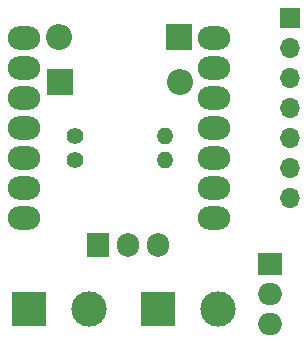
<source format=gbr>
%TF.GenerationSoftware,KiCad,Pcbnew,(6.0.7)*%
%TF.CreationDate,2023-04-07T13:33:33+02:00*%
%TF.ProjectId,RFID_PCB_Final,52464944-5f50-4434-925f-46696e616c2e,rev?*%
%TF.SameCoordinates,Original*%
%TF.FileFunction,Soldermask,Bot*%
%TF.FilePolarity,Negative*%
%FSLAX46Y46*%
G04 Gerber Fmt 4.6, Leading zero omitted, Abs format (unit mm)*
G04 Created by KiCad (PCBNEW (6.0.7)) date 2023-04-07 13:33:33*
%MOMM*%
%LPD*%
G01*
G04 APERTURE LIST*
G04 Aperture macros list*
%AMRoundRect*
0 Rectangle with rounded corners*
0 $1 Rounding radius*
0 $2 $3 $4 $5 $6 $7 $8 $9 X,Y pos of 4 corners*
0 Add a 4 corners polygon primitive as box body*
4,1,4,$2,$3,$4,$5,$6,$7,$8,$9,$2,$3,0*
0 Add four circle primitives for the rounded corners*
1,1,$1+$1,$2,$3*
1,1,$1+$1,$4,$5*
1,1,$1+$1,$6,$7*
1,1,$1+$1,$8,$9*
0 Add four rect primitives between the rounded corners*
20,1,$1+$1,$2,$3,$4,$5,0*
20,1,$1+$1,$4,$5,$6,$7,0*
20,1,$1+$1,$6,$7,$8,$9,0*
20,1,$1+$1,$8,$9,$2,$3,0*%
G04 Aperture macros list end*
%ADD10R,3.000000X3.000000*%
%ADD11C,3.000000*%
%ADD12R,1.905000X2.000000*%
%ADD13O,1.905000X2.000000*%
%ADD14R,2.200000X2.200000*%
%ADD15O,2.200000X2.200000*%
%ADD16R,2.000000X1.905000*%
%ADD17O,2.000000X1.905000*%
%ADD18C,1.400000*%
%ADD19O,1.400000X1.400000*%
%ADD20RoundRect,1.000000X-0.375000X0.000000X0.375000X0.000000X0.375000X0.000000X-0.375000X0.000000X0*%
%ADD21R,1.700000X1.700000*%
%ADD22O,1.700000X1.700000*%
G04 APERTURE END LIST*
D10*
%TO.C,J2*%
X90170000Y-114300000D03*
D11*
X95250000Y-114300000D03*
%TD*%
D12*
%TO.C,U2*%
X85090000Y-108895000D03*
D13*
X87630000Y-108895000D03*
X90170000Y-108895000D03*
%TD*%
D14*
%TO.C,D1*%
X91948000Y-91313000D03*
D15*
X81788000Y-91313000D03*
%TD*%
D16*
%TO.C,Q1*%
X99639000Y-110490000D03*
D17*
X99639000Y-113030000D03*
X99639000Y-115570000D03*
%TD*%
D10*
%TO.C,J1*%
X79248000Y-114300000D03*
D11*
X84328000Y-114300000D03*
%TD*%
D18*
%TO.C,R1*%
X83185000Y-99695000D03*
D19*
X90805000Y-99695000D03*
%TD*%
D14*
%TO.C,D2*%
X81915000Y-95123000D03*
D15*
X92075000Y-95123000D03*
%TD*%
D20*
%TO.C,U1*%
X78813000Y-91354000D03*
X78813000Y-93894000D03*
X78813000Y-96434000D03*
X78813000Y-98974000D03*
X78813000Y-101514000D03*
X78813000Y-104054000D03*
X78813000Y-106594000D03*
X94978000Y-106594000D03*
X94978000Y-104054000D03*
X94978000Y-101514000D03*
X94978000Y-98974000D03*
X94978000Y-96434000D03*
X94978000Y-93894000D03*
X94978000Y-91354000D03*
%TD*%
D18*
%TO.C,R2*%
X83185000Y-101727000D03*
D19*
X90805000Y-101727000D03*
%TD*%
D21*
%TO.C,J9*%
X101346000Y-89662000D03*
D22*
X101346000Y-92202000D03*
X101346000Y-94742000D03*
X101346000Y-97282000D03*
X101346000Y-99822000D03*
X101346000Y-102362000D03*
X101346000Y-104902000D03*
%TD*%
M02*

</source>
